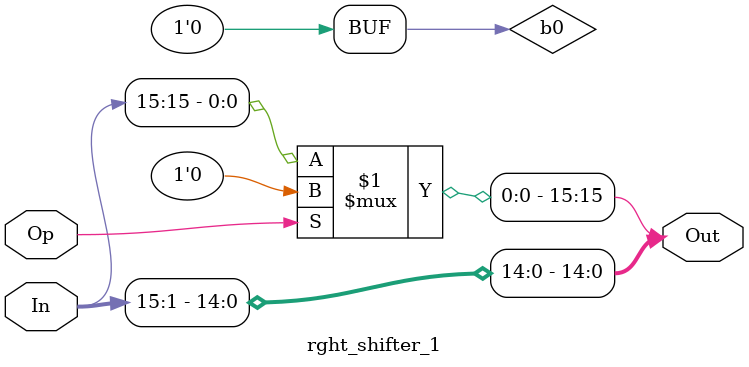
<source format=v>
/*
    shift/rotate the input to the right by one bit
    Op is 1, shift
    Op is 0, rotate
 */
module rght_shifter_1 (In, Op, Out);
    parameter   N = 16;
   	parameter	  B = 1;

   	input[N-1:0]    In;
   	input			      Op;
   	output[N-1:0]   Out;

   	// B bits of 0
   	wire[B-1:0] b0 = {B{1'b0}};
    // shift/rotate the input by B bits
   	assign Out = {Op ? b0 : {B{In[N-1]}}, In[N-1:B]};
endmodule   
</source>
